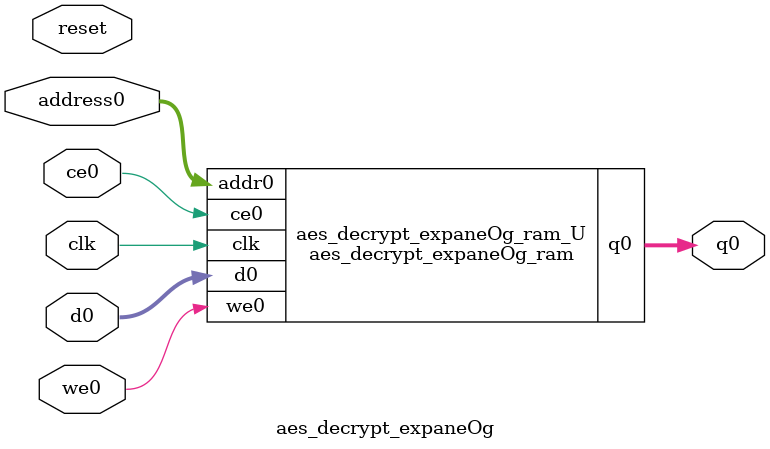
<source format=v>
`timescale 1 ns / 1 ps
module aes_decrypt_expaneOg_ram (addr0, ce0, d0, we0, q0,  clk);

parameter DWIDTH = 8;
parameter AWIDTH = 8;
parameter MEM_SIZE = 176;

input[AWIDTH-1:0] addr0;
input ce0;
input[DWIDTH-1:0] d0;
input we0;
output reg[DWIDTH-1:0] q0;
input clk;

(* ram_style = "block" *)reg [DWIDTH-1:0] ram[0:MEM_SIZE-1];




always @(posedge clk)  
begin 
    if (ce0) begin
        if (we0) 
            ram[addr0] <= d0; 
        q0 <= ram[addr0];
    end
end


endmodule

`timescale 1 ns / 1 ps
module aes_decrypt_expaneOg(
    reset,
    clk,
    address0,
    ce0,
    we0,
    d0,
    q0);

parameter DataWidth = 32'd8;
parameter AddressRange = 32'd176;
parameter AddressWidth = 32'd8;
input reset;
input clk;
input[AddressWidth - 1:0] address0;
input ce0;
input we0;
input[DataWidth - 1:0] d0;
output[DataWidth - 1:0] q0;



aes_decrypt_expaneOg_ram aes_decrypt_expaneOg_ram_U(
    .clk( clk ),
    .addr0( address0 ),
    .ce0( ce0 ),
    .we0( we0 ),
    .d0( d0 ),
    .q0( q0 ));

endmodule


</source>
